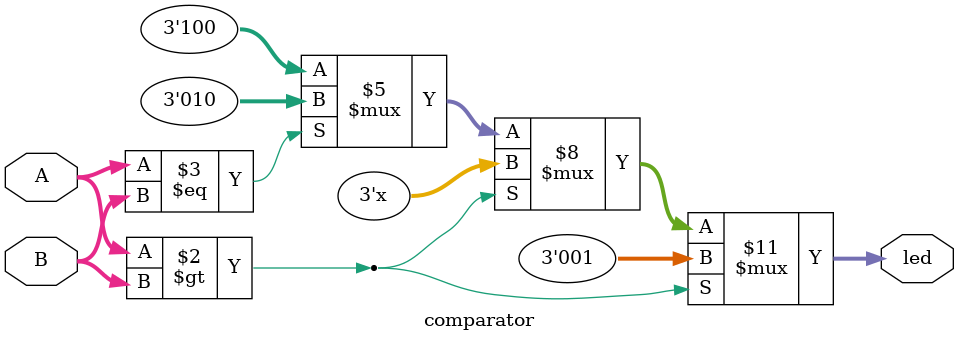
<source format=v>
`timescale 1ns / 1ps


module comparator(
    input [7:0] A,
    input [7:0] B,
    output reg [2:0] led
    );
    
    always @(*) begin
        if (A > B) 
            led = 3'b001;
        else if (A == B) 
            led = 3'b010;
        else
            led = 3'b100;
    end
        
    
    
endmodule

</source>
